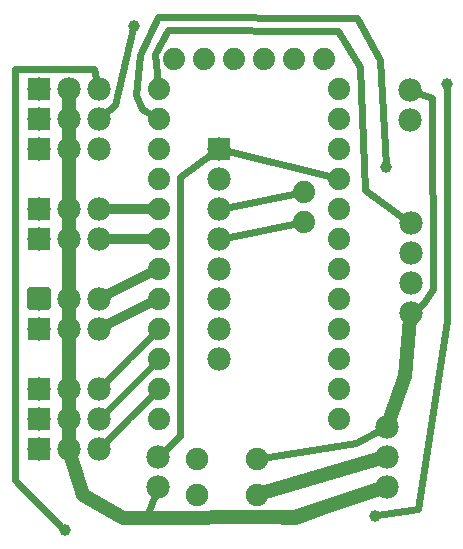
<source format=gtl>
G04 MADE WITH FRITZING*
G04 WWW.FRITZING.ORG*
G04 DOUBLE SIDED*
G04 HOLES PLATED*
G04 CONTOUR ON CENTER OF CONTOUR VECTOR*
%ASAXBY*%
%FSLAX23Y23*%
%MOIN*%
%OFA0B0*%
%SFA1.0B1.0*%
%ADD10C,0.039370*%
%ADD11C,0.078000*%
%ADD12C,0.074000*%
%ADD13C,0.075000*%
%ADD14R,0.078000X0.078000*%
%ADD15C,0.024000*%
%ADD16C,0.048000*%
%ADD17C,0.032000*%
%ADD18C,0.020000*%
%LNCOPPER1*%
G90*
G70*
G54D10*
X448Y1806D03*
X1288Y1334D03*
X1490Y1613D03*
G54D11*
X731Y1396D03*
X731Y1296D03*
X731Y1196D03*
X731Y1096D03*
X731Y996D03*
X731Y896D03*
X731Y796D03*
X731Y696D03*
G54D10*
X218Y125D03*
X1250Y173D03*
G54D12*
X1081Y1696D03*
X981Y1696D03*
X881Y1696D03*
X781Y1696D03*
X681Y1696D03*
X581Y1696D03*
X1131Y1596D03*
X1131Y1496D03*
X1131Y1396D03*
X1131Y1296D03*
X1131Y1196D03*
X1016Y1251D03*
X1016Y1151D03*
X1131Y1096D03*
X1131Y996D03*
X1131Y896D03*
X1131Y796D03*
X1131Y696D03*
X1131Y596D03*
X1131Y496D03*
X531Y496D03*
X531Y596D03*
X531Y696D03*
X531Y796D03*
X531Y896D03*
X531Y996D03*
X531Y1096D03*
X531Y1196D03*
X531Y1296D03*
X531Y1396D03*
X531Y1496D03*
X531Y1596D03*
G54D11*
X131Y396D03*
X231Y396D03*
X331Y396D03*
X131Y496D03*
X231Y496D03*
X331Y496D03*
X131Y796D03*
X231Y796D03*
X331Y796D03*
X131Y896D03*
X231Y896D03*
X331Y896D03*
X131Y1096D03*
X231Y1096D03*
X331Y1096D03*
X131Y1496D03*
X231Y1496D03*
X331Y1496D03*
X131Y1396D03*
X231Y1396D03*
X331Y1396D03*
X131Y1596D03*
X231Y1596D03*
X331Y1596D03*
X131Y596D03*
X231Y596D03*
X331Y596D03*
X131Y1196D03*
X231Y1196D03*
X331Y1196D03*
G54D13*
X857Y361D03*
X657Y361D03*
X857Y243D03*
X657Y243D03*
G54D11*
X1368Y1592D03*
X1368Y1492D03*
X1371Y849D03*
X1371Y949D03*
X1371Y1049D03*
X1371Y1149D03*
X527Y368D03*
X527Y268D03*
X1291Y470D03*
X1291Y370D03*
X1291Y270D03*
G54D14*
X731Y1396D03*
X131Y396D03*
X131Y496D03*
X131Y796D03*
X131Y1096D03*
X131Y1496D03*
X131Y1396D03*
X131Y1596D03*
X131Y596D03*
X131Y1196D03*
G54D15*
X1267Y1691D02*
X1287Y1342D01*
D02*
X1200Y1669D02*
X1217Y1257D01*
D02*
X1217Y1257D02*
X1356Y1160D01*
D02*
X1128Y1788D02*
X1200Y1669D01*
D02*
X561Y1791D02*
X1128Y1788D01*
D02*
X519Y1713D02*
X561Y1791D01*
D02*
X1190Y1833D02*
X1267Y1691D01*
D02*
X527Y1836D02*
X1190Y1833D01*
D02*
X456Y1574D02*
X467Y1710D01*
D02*
X467Y1710D02*
X527Y1836D01*
D02*
X474Y1529D02*
X456Y1574D01*
D02*
X529Y1616D02*
X519Y1713D01*
D02*
X514Y1506D02*
X474Y1529D01*
D02*
X1490Y821D02*
X1490Y1605D01*
D02*
X1395Y194D02*
X1490Y821D01*
D02*
X1258Y174D02*
X1395Y194D01*
G54D16*
D02*
X985Y168D02*
X410Y164D01*
G54D15*
D02*
X1189Y416D02*
X874Y364D01*
D02*
X1274Y461D02*
X1189Y416D01*
G54D16*
D02*
X410Y164D02*
X277Y241D01*
D02*
X277Y241D02*
X236Y378D01*
D02*
X1273Y264D02*
X985Y168D01*
G54D15*
D02*
X1112Y1301D02*
X749Y1392D01*
D02*
X750Y1200D02*
X996Y1248D01*
D02*
X750Y1100D02*
X996Y1148D01*
D02*
X212Y130D02*
X50Y293D01*
D02*
X50Y293D02*
X50Y1661D01*
D02*
X314Y1661D02*
X326Y1615D01*
D02*
X50Y1661D02*
X314Y1661D01*
D02*
X1411Y877D02*
X1387Y860D01*
D02*
X1445Y927D02*
X1411Y877D01*
D02*
X1442Y1565D02*
X1445Y927D01*
D02*
X1386Y1586D02*
X1442Y1565D01*
D02*
X446Y1799D02*
X386Y1541D01*
D02*
X386Y1541D02*
X346Y1508D01*
D02*
X989Y154D02*
X491Y171D01*
D02*
X491Y171D02*
X521Y251D01*
D02*
X1273Y263D02*
X989Y154D01*
G54D16*
D02*
X1350Y638D02*
X1369Y830D01*
D02*
X1297Y488D02*
X1350Y638D01*
D02*
X231Y477D02*
X231Y415D01*
D02*
X231Y577D02*
X231Y515D01*
D02*
X231Y815D02*
X231Y877D01*
G54D17*
D02*
X511Y1196D02*
X350Y1196D01*
D02*
X350Y1096D02*
X511Y1096D01*
D02*
X348Y905D02*
X513Y987D01*
D02*
X348Y805D02*
X513Y887D01*
G54D16*
D02*
X231Y1477D02*
X231Y1415D01*
D02*
X874Y248D02*
X1272Y365D01*
D02*
X231Y1177D02*
X231Y1115D01*
G54D15*
D02*
X431Y497D02*
X344Y410D01*
D02*
X517Y582D02*
X431Y497D01*
D02*
X517Y682D02*
X431Y596D01*
D02*
X431Y596D02*
X344Y510D01*
D02*
X431Y697D02*
X344Y610D01*
D02*
X517Y782D02*
X431Y697D01*
G54D16*
D02*
X231Y777D02*
X231Y615D01*
D02*
X231Y1077D02*
X231Y915D01*
D02*
X231Y1377D02*
X231Y1215D01*
D02*
X231Y1577D02*
X231Y1515D01*
G54D15*
D02*
X602Y437D02*
X602Y1301D01*
D02*
X602Y1301D02*
X716Y1385D01*
D02*
X541Y381D02*
X602Y437D01*
G54D18*
X102Y925D02*
X160Y925D01*
X160Y867D01*
X102Y867D01*
X102Y925D01*
D02*
G04 End of Copper1*
M02*
</source>
